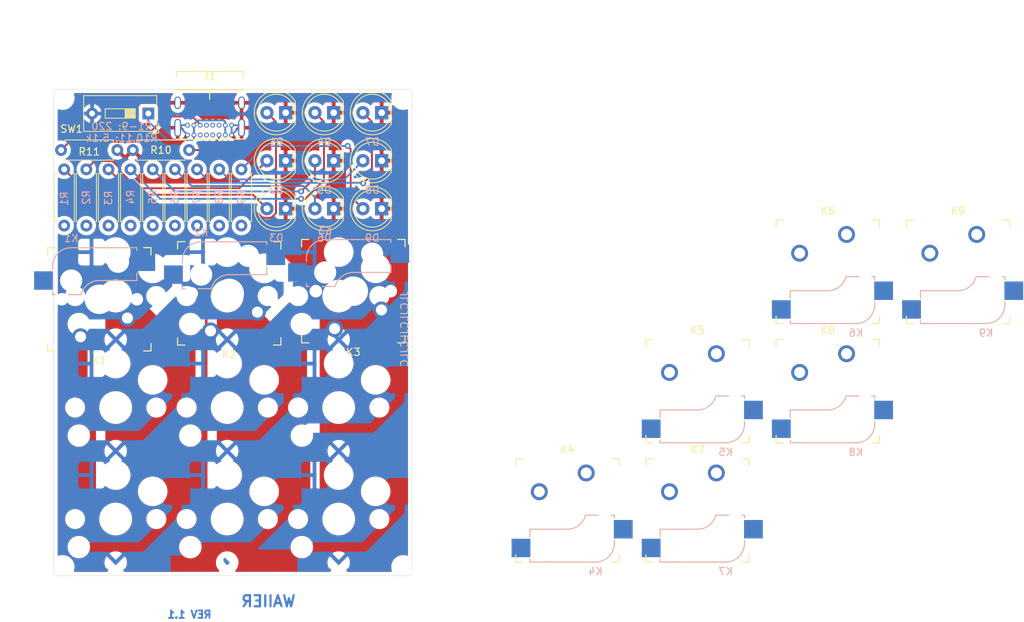
<source format=kicad_pcb>
(kicad_pcb (version 20171130) (host pcbnew "(5.1.0)-1")
  (layers (0 F.Cu signal) (31 B.Cu signal) (34 B.Paste user hide) (35 F.Paste user) (36 B.SilkS user) (37 F.SilkS user hide) (38 B.Mask user) (39 F.Mask user) (44 Edge.Cuts user))
  (net 0 "")
  (net 1 "Net-(D1-Pad2)")
  (net 2 "Net-(D2-Pad2)")
  (net 3 "Net-(D3-Pad2)")
  (net 4 "Net-(D4-Pad2)")
  (net 5 "Net-(D5-Pad2)")
  (net 6 "Net-(D6-Pad2)")
  (net 7 "Net-(D7-Pad2)")
  (net 8 "Net-(D8-Pad2)")
  (net 9 "Net-(D9-Pad2)")
  (net 10 5V)
  (net 11 "Net-(K1-Pad2)")
  (net 12 "Net-(K2-Pad2)")
  (net 13 "Net-(K3-Pad2)")
  (net 14 "Net-(K4-Pad2)")
  (net 15 "Net-(K5-Pad2)")
  (net 16 "Net-(K6-Pad2)")
  (net 17 "Net-(K7-Pad2)")
  (net 18 "Net-(K8-Pad2)")
  (net 19 "Net-(K9-Pad2)")
  (net 20 VUSB)
  (net 21 "Net-(J1-PadA5)")
  (net 22 "Net-(J1-PadA6)")
  (net 23 "Net-(J1-PadA7)")
  (net 24 "Net-(J1-PadA8)")
  (net 25 "Net-(J1-PadB8)")
  (net 26 "Net-(J1-PadB7)")
  (net 27 "Net-(J1-PadB6)")
  (net 28 "Net-(J1-PadB5)")
  (net 29 GND)
  (module keyswitches:Kailh_socket_MX_optional (layer F.Cu) (at 187.39 55.1)
    (fp_text reference K9 (at 0 -8.255) (layer F.SilkS))
    (fp_text value KEYSW)
    (fp_text user %R (at 3.81 8.255) (layer B.SilkS) (effects (justify mirror)))
    (pad 2 smd rect (at 7.56 2.54) (size 2.55 2.5) (layers B.Cu B.Paste B.Mask) (net 19 "Net-(K9-Pad2)"))
    (pad "" np_thru_hole circle (at -5.08 0) (size 1.7018 1.7018) (drill 1.7018) (layers *.Cu *.Mask))
    (pad "" np_thru_hole circle (at 5.08 0) (size 1.7018 1.7018) (drill 1.7018) (layers *.Cu *.Mask))
    (pad 2 thru_hole circle (at -3.81 -2.54) (size 2.286 2.286) (drill 1.4986) (layers *.Cu *.Mask) (net 19 "Net-(K9-Pad2)"))
    (pad "" np_thru_hole circle (at 0 0) (size 3.9878 3.9878) (drill 3.9878) (layers *.Cu *.Mask))
    (pad 1 thru_hole circle (at 2.54 -5.08) (size 2.286 2.286) (drill 1.4986) (layers *.Cu *.Mask) (net 10 5V))
    (pad "" np_thru_hole circle (at 3.81 2.54) (size 3 3) (drill 3) (layers *.Cu *.Mask))
    (pad "" np_thru_hole circle (at -2.54 5.08) (size 3 3) (drill 3) (layers *.Cu *.Mask))
    (pad 1 smd rect (at -6.29 5.08) (size 2.55 2.5) (layers B.Cu B.Paste B.Mask) (net 10 5V))
  )
  (module keyswitches:Kailh_socket_MX_optional (layer F.Cu) (at 169.76 71.25)
    (fp_text reference K8 (at 0 -8.255) (layer F.SilkS))
    (fp_text value KEYSW)
    (fp_text user %R (at 3.81 8.255) (layer B.SilkS) (effects (justify mirror)))
    (pad 2 smd rect (at 7.56 2.54) (size 2.55 2.5) (layers B.Cu B.Paste B.Mask) (net 18 "Net-(K8-Pad2)"))
    (pad "" np_thru_hole circle (at -5.08 0) (size 1.7018 1.7018) (drill 1.7018) (layers *.Cu *.Mask))
    (pad "" np_thru_hole circle (at 5.08 0) (size 1.7018 1.7018) (drill 1.7018) (layers *.Cu *.Mask))
    (pad 2 thru_hole circle (at -3.81 -2.54) (size 2.286 2.286) (drill 1.4986) (layers *.Cu *.Mask) (net 18 "Net-(K8-Pad2)"))
    (pad "" np_thru_hole circle (at 0 0) (size 3.9878 3.9878) (drill 3.9878) (layers *.Cu *.Mask))
    (pad 1 thru_hole circle (at 2.54 -5.08) (size 2.286 2.286) (drill 1.4986) (layers *.Cu *.Mask) (net 10 5V))
    (pad "" np_thru_hole circle (at 3.81 2.54) (size 3 3) (drill 3) (layers *.Cu *.Mask))
    (pad "" np_thru_hole circle (at -2.54 5.08) (size 3 3) (drill 3) (layers *.Cu *.Mask))
    (pad 1 smd rect (at -6.29 5.08) (size 2.55 2.5) (layers B.Cu B.Paste B.Mask) (net 10 5V))
  )
  (module keyswitches:Kailh_socket_MX_optional (layer F.Cu) (at 152.13 87.4)
    (fp_text reference K7 (at 0 -8.255) (layer F.SilkS))
    (fp_text value KEYSW)
    (fp_text user %R (at 3.81 8.255) (layer B.SilkS) (effects (justify mirror)))
    (pad 2 smd rect (at 7.56 2.54) (size 2.55 2.5) (layers B.Cu B.Paste B.Mask) (net 17 "Net-(K7-Pad2)"))
    (pad "" np_thru_hole circle (at -5.08 0) (size 1.7018 1.7018) (drill 1.7018) (layers *.Cu *.Mask))
    (pad "" np_thru_hole circle (at 5.08 0) (size 1.7018 1.7018) (drill 1.7018) (layers *.Cu *.Mask))
    (pad 2 thru_hole circle (at -3.81 -2.54) (size 2.286 2.286) (drill 1.4986) (layers *.Cu *.Mask) (net 17 "Net-(K7-Pad2)"))
    (pad "" np_thru_hole circle (at 0 0) (size 3.9878 3.9878) (drill 3.9878) (layers *.Cu *.Mask))
    (pad 1 thru_hole circle (at 2.54 -5.08) (size 2.286 2.286) (drill 1.4986) (layers *.Cu *.Mask) (net 10 5V))
    (pad "" np_thru_hole circle (at 3.81 2.54) (size 3 3) (drill 3) (layers *.Cu *.Mask))
    (pad "" np_thru_hole circle (at -2.54 5.08) (size 3 3) (drill 3) (layers *.Cu *.Mask))
    (pad 1 smd rect (at -6.29 5.08) (size 2.55 2.5) (layers B.Cu B.Paste B.Mask) (net 10 5V))
  )
  (module keyswitches:Kailh_socket_MX_optional (layer F.Cu) (at 169.76 55.1)
    (fp_text reference K6 (at 0 -8.255) (layer F.SilkS))
    (fp_text value KEYSW)
    (fp_text user %R (at 3.81 8.255) (layer B.SilkS) (effects (justify mirror)))
    (pad 2 smd rect (at 7.56 2.54) (size 2.55 2.5) (layers B.Cu B.Paste B.Mask) (net 16 "Net-(K6-Pad2)"))
    (pad "" np_thru_hole circle (at -5.08 0) (size 1.7018 1.7018) (drill 1.7018) (layers *.Cu *.Mask))
    (pad "" np_thru_hole circle (at 5.08 0) (size 1.7018 1.7018) (drill 1.7018) (layers *.Cu *.Mask))
    (pad 2 thru_hole circle (at -3.81 -2.54) (size 2.286 2.286) (drill 1.4986) (layers *.Cu *.Mask) (net 16 "Net-(K6-Pad2)"))
    (pad "" np_thru_hole circle (at 0 0) (size 3.9878 3.9878) (drill 3.9878) (layers *.Cu *.Mask))
    (pad 1 thru_hole circle (at 2.54 -5.08) (size 2.286 2.286) (drill 1.4986) (layers *.Cu *.Mask) (net 10 5V))
    (pad "" np_thru_hole circle (at 3.81 2.54) (size 3 3) (drill 3) (layers *.Cu *.Mask))
    (pad "" np_thru_hole circle (at -2.54 5.08) (size 3 3) (drill 3) (layers *.Cu *.Mask))
    (pad 1 smd rect (at -6.29 5.08) (size 2.55 2.5) (layers B.Cu B.Paste B.Mask) (net 10 5V))
  )
  (module keyswitches:Kailh_socket_MX_optional (layer F.Cu) (at 152.13 71.25)
    (fp_text reference K5 (at 0 -8.255) (layer F.SilkS))
    (fp_text value KEYSW)
    (fp_text user %R (at 3.81 8.255) (layer B.SilkS) (effects (justify mirror)))
    (pad 2 smd rect (at 7.56 2.54) (size 2.55 2.5) (layers B.Cu B.Paste B.Mask) (net 15 "Net-(K5-Pad2)"))
    (pad "" np_thru_hole circle (at -5.08 0) (size 1.7018 1.7018) (drill 1.7018) (layers *.Cu *.Mask))
    (pad "" np_thru_hole circle (at 5.08 0) (size 1.7018 1.7018) (drill 1.7018) (layers *.Cu *.Mask))
    (pad 2 thru_hole circle (at -3.81 -2.54) (size 2.286 2.286) (drill 1.4986) (layers *.Cu *.Mask) (net 15 "Net-(K5-Pad2)"))
    (pad "" np_thru_hole circle (at 0 0) (size 3.9878 3.9878) (drill 3.9878) (layers *.Cu *.Mask))
    (pad 1 thru_hole circle (at 2.54 -5.08) (size 2.286 2.286) (drill 1.4986) (layers *.Cu *.Mask) (net 10 5V))
    (pad "" np_thru_hole circle (at 3.81 2.54) (size 3 3) (drill 3) (layers *.Cu *.Mask))
    (pad "" np_thru_hole circle (at -2.54 5.08) (size 3 3) (drill 3) (layers *.Cu *.Mask))
    (pad 1 smd rect (at -6.29 5.08) (size 2.55 2.5) (layers B.Cu B.Paste B.Mask) (net 10 5V))
  )
  (module keyswitches:Kailh_socket_MX_optional (layer F.Cu) (at 134.5 87.4)
    (fp_text reference K4 (at 0 -8.255) (layer F.SilkS))
    (fp_text value KEYSW)
    (fp_text user %R (at 3.81 8.255) (layer B.SilkS) (effects (justify mirror)))
    (pad 2 smd rect (at 7.56 2.54) (size 2.55 2.5) (layers B.Cu B.Paste B.Mask) (net 14 "Net-(K4-Pad2)"))
    (pad "" np_thru_hole circle (at -5.08 0) (size 1.7018 1.7018) (drill 1.7018) (layers *.Cu *.Mask))
    (pad "" np_thru_hole circle (at 5.08 0) (size 1.7018 1.7018) (drill 1.7018) (layers *.Cu *.Mask))
    (pad 2 thru_hole circle (at -3.81 -2.54) (size 2.286 2.286) (drill 1.4986) (layers *.Cu *.Mask) (net 14 "Net-(K4-Pad2)"))
    (pad "" np_thru_hole circle (at 0 0) (size 3.9878 3.9878) (drill 3.9878) (layers *.Cu *.Mask))
    (pad 1 thru_hole circle (at 2.54 -5.08) (size 2.286 2.286) (drill 1.4986) (layers *.Cu *.Mask) (net 10 5V))
    (pad "" np_thru_hole circle (at 3.81 2.54) (size 3 3) (drill 3) (layers *.Cu *.Mask))
    (pad "" np_thru_hole circle (at -2.54 5.08) (size 3 3) (drill 3) (layers *.Cu *.Mask))
    (pad 1 smd rect (at -6.29 5.08) (size 2.55 2.5) (layers B.Cu B.Paste B.Mask) (net 10 5V))
  )
  (module keyswitches:Kailh_socket_MX_optional (layer F.Cu) (at 105.5 57.7 180)
    (fp_text reference K3 (at 0 -8.255 180) (layer F.SilkS))
    (fp_text value KEYSW)
    (fp_text user %R (at 3.81 8.255 180) (layer B.SilkS) (effects (justify mirror)))
    (pad 2 smd rect (at 7.56 2.54 180) (size 2.55 2.5) (layers B.Cu B.Paste B.Mask) (net 13 "Net-(K3-Pad2)"))
    (pad "" np_thru_hole circle (at -5.08 0 180) (size 1.7018 1.7018) (drill 1.7018) (layers *.Cu *.Mask))
    (pad "" np_thru_hole circle (at 5.08 0 180) (size 1.7018 1.7018) (drill 1.7018) (layers *.Cu *.Mask))
    (pad 2 thru_hole circle (at -3.81 -2.54 180) (size 2.286 2.286) (drill 1.4986) (layers *.Cu *.Mask) (net 13 "Net-(K3-Pad2)"))
    (pad "" np_thru_hole circle (at 0 0 180) (size 3.9878 3.9878) (drill 3.9878) (layers *.Cu *.Mask))
    (pad 1 thru_hole circle (at 2.54 -5.08 180) (size 2.286 2.286) (drill 1.4986) (layers *.Cu *.Mask) (net 10 5V))
    (pad "" np_thru_hole circle (at 3.81 2.54 180) (size 3 3) (drill 3) (layers *.Cu *.Mask))
    (pad "" np_thru_hole circle (at -2.54 5.08 180) (size 3 3) (drill 3) (layers *.Cu *.Mask))
    (pad 1 smd rect (at -6.29 5.08 180) (size 2.55 2.5) (layers B.Cu B.Paste B.Mask) (net 10 5V))
  )
  (module keyswitches:Kailh_socket_MX_optional (layer F.Cu) (at 88.7 58 180)
    (fp_text reference K2 (at 0 -8.255 180) (layer F.SilkS))
    (fp_text value KEYSW)
    (fp_text user %R (at 3.81 8.255 180) (layer B.SilkS) (effects (justify mirror)))
    (pad 2 smd rect (at 7.56 2.54 180) (size 2.55 2.5) (layers B.Cu B.Paste B.Mask) (net 12 "Net-(K2-Pad2)"))
    (pad "" np_thru_hole circle (at -5.08 0 180) (size 1.7018 1.7018) (drill 1.7018) (layers *.Cu *.Mask))
    (pad "" np_thru_hole circle (at 5.08 0 180) (size 1.7018 1.7018) (drill 1.7018) (layers *.Cu *.Mask))
    (pad 2 thru_hole circle (at -3.81 -2.54 180) (size 2.286 2.286) (drill 1.4986) (layers *.Cu *.Mask) (net 12 "Net-(K2-Pad2)"))
    (pad "" np_thru_hole circle (at 0 0 180) (size 3.9878 3.9878) (drill 3.9878) (layers *.Cu *.Mask))
    (pad 1 thru_hole circle (at 2.54 -5.08 180) (size 2.286 2.286) (drill 1.4986) (layers *.Cu *.Mask) (net 10 5V))
    (pad "" np_thru_hole circle (at 3.81 2.54 180) (size 3 3) (drill 3) (layers *.Cu *.Mask))
    (pad "" np_thru_hole circle (at -2.54 5.08 180) (size 3 3) (drill 3) (layers *.Cu *.Mask))
    (pad 1 smd rect (at -6.29 5.08 180) (size 2.55 2.5) (layers B.Cu B.Paste B.Mask) (net 10 5V))
  )
  (module keyswitches:Kailh_socket_MX_optional (layer F.Cu) (at 71.1 58.8 180)
    (fp_text reference K1 (at 0 -8.255 180) (layer F.SilkS))
    (fp_text value KEYSW)
    (fp_text user %R (at 3.81 8.255 180) (layer B.SilkS) (effects (justify mirror)))
    (pad 2 smd rect (at 7.56 2.54 180) (size 2.55 2.5) (layers B.Cu B.Paste B.Mask) (net 11 "Net-(K1-Pad2)"))
    (pad "" np_thru_hole circle (at -5.08 0 180) (size 1.7018 1.7018) (drill 1.7018) (layers *.Cu *.Mask))
    (pad "" np_thru_hole circle (at 5.08 0 180) (size 1.7018 1.7018) (drill 1.7018) (layers *.Cu *.Mask))
    (pad 2 thru_hole circle (at -3.81 -2.54 180) (size 2.286 2.286) (drill 1.4986) (layers *.Cu *.Mask) (net 11 "Net-(K1-Pad2)"))
    (pad "" np_thru_hole circle (at 0 0 180) (size 3.9878 3.9878) (drill 3.9878) (layers *.Cu *.Mask))
    (pad 1 thru_hole circle (at 2.54 -5.08 180) (size 2.286 2.286) (drill 1.4986) (layers *.Cu *.Mask) (net 10 5V))
    (pad "" np_thru_hole circle (at 3.81 2.54 180) (size 3 3) (drill 3) (layers *.Cu *.Mask))
    (pad "" np_thru_hole circle (at -2.54 5.08 180) (size 3 3) (drill 3) (layers *.Cu *.Mask))
    (pad 1 smd rect (at -6.29 5.08 180) (size 2.55 2.5) (layers B.Cu B.Paste B.Mask) (net 10 5V))
  )
  (module LED_THT:LED_D5.0mm (layer F.Cu) (at 109.34 33.53 180)
    (fp_text reference D7 (at 1.27 -3.96 180) (layer B.SilkS) (effects (justify mirror)))
    (fp_text value LED)
    (pad 2 thru_hole circle (at 2.54 0 180) (size 1.8 1.8) (drill 0.9) (layers *.Cu *.Mask) (net 7 "Net-(D7-Pad2)"))
    (pad 1 thru_hole rect (at 0 0 180) (size 1.8 1.8) (drill 0.9) (layers *.Cu *.Mask) (net 29 GND))
  )
  (module MountingHole:MountingHole_2.2mm_M2 (layer F.Cu) (at 112.14 31.55)
    (fp_text reference REF**)
    (fp_text value MountingHole_2.2mm_M2)
    (pad "" np_thru_hole circle (at 0.1 0) (size 2.2 2.2) (drill 2.2) (layers *.Cu *.Mask))
  )
  (module Resistor_THT:R_Axial_DIN0207_L6.3mm_D2.5mm_P7.62mm_Horizontal (layer F.Cu) (at 73.54 38.59 180)
    (fp_text reference R11 (at 3.8 -0.22 180) (layer F.SilkS))
    (fp_text value R)
    (pad 2 thru_hole oval (at 7.62 0 180) (size 1.6 1.6) (drill 0.8) (layers *.Cu *.Mask) (net 28 "Net-(J1-PadB5)"))
    (pad 1 thru_hole circle (at 0 0 180) (size 1.6 1.6) (drill 0.8) (layers *.Cu *.Mask) (net 29 GND))
  )
  (module Resistor_THT:R_Axial_DIN0207_L6.3mm_D2.5mm_P7.62mm_Horizontal (layer F.Cu) (at 75.64 38.59)
    (fp_text reference R10 (at 3.81 0) (layer F.SilkS))
    (fp_text value R)
    (pad 2 thru_hole oval (at 7.62 0) (size 1.6 1.6) (drill 0.8) (layers *.Cu *.Mask) (net 21 "Net-(J1-PadA5)"))
    (pad 1 thru_hole circle (at 0 0) (size 1.6 1.6) (drill 0.8) (layers *.Cu *.Mask) (net 29 GND))
  )
  (module Type-C:USB_C_GCT_USB4085 (layer F.Cu) (at 86.04 30.45 180)
    (fp_text reference J1 (at 0 1.85 180) (layer F.SilkS))
    (fp_text value USB_C_Receptacle_USB2.0)
    (pad A5 thru_hole circle (at -1.275 -6.1 180) (size 0.65 0.65) (drill 0.4) (layers *.Cu *.Mask) (net 21 "Net-(J1-PadA5)"))
    (pad A1 thru_hole circle (at -2.975 -6.1 180) (size 0.65 0.65) (drill 0.4) (layers *.Cu *.Mask) (net 29 GND))
    (pad A4 thru_hole circle (at -2.125 -6.1 180) (size 0.65 0.65) (drill 0.4) (layers *.Cu *.Mask) (net 20 VUSB))
    (pad A6 thru_hole circle (at -0.425 -6.1 180) (size 0.65 0.65) (drill 0.4) (layers *.Cu *.Mask) (net 22 "Net-(J1-PadA6)"))
    (pad A7 thru_hole circle (at 0.425 -6.1 180) (size 0.65 0.65) (drill 0.4) (layers *.Cu *.Mask) (net 23 "Net-(J1-PadA7)"))
    (pad A8 thru_hole circle (at 1.275 -6.1 180) (size 0.65 0.65) (drill 0.4) (layers *.Cu *.Mask) (net 24 "Net-(J1-PadA8)"))
    (pad A9 thru_hole circle (at 2.125 -6.1 180) (size 0.65 0.65) (drill 0.4) (layers *.Cu *.Mask) (net 20 VUSB))
    (pad A12 thru_hole circle (at 2.975 -6.1 180) (size 0.65 0.65) (drill 0.4) (layers *.Cu *.Mask) (net 29 GND))
    (pad B12 thru_hole circle (at -2.975 -4.775 180) (size 0.65 0.65) (drill 0.4) (layers *.Cu *.Mask) (net 29 GND))
    (pad B9 thru_hole circle (at -2.12 -4.775 180) (size 0.65 0.65) (drill 0.4) (layers *.Cu *.Mask) (net 20 VUSB))
    (pad B8 thru_hole circle (at -1.27 -4.775 180) (size 0.65 0.65) (drill 0.4) (layers *.Cu *.Mask) (net 25 "Net-(J1-PadB8)"))
    (pad B7 thru_hole circle (at -0.42 -4.775 180) (size 0.65 0.65) (drill 0.4) (layers *.Cu *.Mask) (net 26 "Net-(J1-PadB7)"))
    (pad B6 thru_hole circle (at 0.43 -4.775 180) (size 0.65 0.65) (drill 0.4) (layers *.Cu *.Mask) (net 27 "Net-(J1-PadB6)"))
    (pad B5 thru_hole circle (at 1.28 -4.775 180) (size 0.65 0.65) (drill 0.4) (layers *.Cu *.Mask) (net 28 "Net-(J1-PadB5)"))
    (pad B4 thru_hole circle (at 2.13 -4.775 180) (size 0.65 0.65) (drill 0.4) (layers *.Cu *.Mask) (net 20 VUSB))
    (pad B1 thru_hole circle (at 2.98 -4.775 180) (size 0.65 0.65) (drill 0.4) (layers *.Cu *.Mask) (net 29 GND))
    (pad S1 thru_hole oval (at -4.325 -5.12 180) (size 0.9 2.4) (drill oval 0.6 2.1) (layers *.Cu *.Mask) (net 29 GND))
    (pad S1 thru_hole oval (at 4.325 -5.12 180) (size 0.9 2.4) (drill oval 0.6 2.1) (layers *.Cu *.Mask) (net 29 GND))
    (pad S1 thru_hole oval (at -4.325 -1.74 180) (size 0.9 1.7) (drill oval 0.6 1.4) (layers *.Cu *.Mask) (net 29 GND))
    (pad S1 thru_hole oval (at 4.325 -1.74 180) (size 0.9 1.7) (drill oval 0.6 1.4) (layers *.Cu *.Mask) (net 29 GND))
  )
  (module MountingHole:MountingHole_2.2mm_M2 (layer F.Cu) (at 66.14 31.55 90)
    (fp_text reference REF**)
    (fp_text value MountingHole_2.2mm_M2)
    (pad 1 np_thru_hole circle (at 0 0 90) (size 2.2 2.2) (drill 2.2) (layers *.Cu *.Mask))
  )
  (module MountingHole:MountingHole_2.2mm_M2 (layer F.Cu) (at 112.24 95.05)
    (fp_text reference REF**)
    (fp_text value MountingHole_2.2mm_M2)
    (pad 1 np_thru_hole circle (at 0 0) (size 2.2 2.2) (drill 2.2) (layers *.Cu *.Mask))
  )
  (module MountingHole:MountingHole_2.2mm_M2 (layer F.Cu) (at 66.14 95.05)
    (fp_text reference REF**)
    (fp_text value MountingHole_2.2mm_M2)
    (pad 1 np_thru_hole circle (at 0 0) (size 2.2 2.2) (drill 2.2) (layers *.Cu *.Mask))
  )
  (module LED_THT:LED_D5.0mm (layer F.Cu) (at 109.34 46.53 180)
    (fp_text reference D9 (at 1.27 -3.96 180) (layer B.SilkS) (effects (justify mirror)))
    (fp_text value LED)
    (pad 2 thru_hole circle (at 2.54 0 180) (size 1.8 1.8) (drill 0.9) (layers *.Cu *.Mask) (net 9 "Net-(D9-Pad2)"))
    (pad 1 thru_hole rect (at 0 0 180) (size 1.8 1.8) (drill 0.9) (layers *.Cu *.Mask) (net 29 GND))
  )
  (module Button_Switch_THT:SW_DIP_SPSTx01_Slide_9.78x4.72mm_W7.62mm_P2.54mm (layer F.Cu) (at 77.74 33.64 180)
    (fp_text reference SW1 (at 10.4 -2.09 180) (layer F.SilkS))
    (fp_text value SW_DIP_x01)
    (pad 2 thru_hole oval (at 7.62 0 180) (size 1.6 1.6) (drill 0.8) (layers *.Cu *.Mask) (net 10 5V))
    (pad 1 thru_hole rect (at 0 0 180) (size 1.6 1.6) (drill 0.8) (layers *.Cu *.Mask) (net 20 VUSB))
  )
  (module Resistor_THT:R_Axial_DIN0207_L6.3mm_D2.5mm_P7.62mm_Horizontal (layer F.Cu) (at 90.34 48.82 90)
    (fp_text reference R9 (at 3.85 0 90) (layer B.SilkS) (effects (justify mirror)))
    (fp_text value R)
    (pad 2 thru_hole oval (at 7.62 0 90) (size 1.6 1.6) (drill 0.8) (layers *.Cu *.Mask) (net 9 "Net-(D9-Pad2)"))
    (pad 1 thru_hole circle (at 0 0 90) (size 1.6 1.6) (drill 0.8) (layers *.Cu *.Mask) (net 19 "Net-(K9-Pad2)"))
  )
  (module Resistor_THT:R_Axial_DIN0207_L6.3mm_D2.5mm_P7.62mm_Horizontal (layer F.Cu) (at 87.34 48.82 90)
    (fp_text reference R8 (at 3.85 0 90) (layer B.SilkS) (effects (justify mirror)))
    (fp_text value R)
    (pad 2 thru_hole oval (at 7.62 0 90) (size 1.6 1.6) (drill 0.8) (layers *.Cu *.Mask) (net 8 "Net-(D8-Pad2)"))
    (pad 1 thru_hole circle (at 0 0 90) (size 1.6 1.6) (drill 0.8) (layers *.Cu *.Mask) (net 18 "Net-(K8-Pad2)"))
  )
  (module Resistor_THT:R_Axial_DIN0207_L6.3mm_D2.5mm_P7.62mm_Horizontal (layer F.Cu) (at 84.34 48.82 90)
    (fp_text reference R7 (at 3.85 0 90) (layer B.SilkS) (effects (justify mirror)))
    (fp_text value R)
    (pad 2 thru_hole oval (at 7.62 0 90) (size 1.6 1.6) (drill 0.8) (layers *.Cu *.Mask) (net 7 "Net-(D7-Pad2)"))
    (pad 1 thru_hole circle (at 0 0 90) (size 1.6 1.6) (drill 0.8) (layers *.Cu *.Mask) (net 17 "Net-(K7-Pad2)"))
  )
  (module Resistor_THT:R_Axial_DIN0207_L6.3mm_D2.5mm_P7.62mm_Horizontal (layer F.Cu) (at 81.34 48.82 90)
    (fp_text reference R6 (at 3.85 0 90) (layer B.SilkS) (effects (justify mirror)))
    (fp_text value R)
    (pad 2 thru_hole oval (at 7.62 0 90) (size 1.6 1.6) (drill 0.8) (layers *.Cu *.Mask) (net 6 "Net-(D6-Pad2)"))
    (pad 1 thru_hole circle (at 0 0 90) (size 1.6 1.6) (drill 0.8) (layers *.Cu *.Mask) (net 16 "Net-(K6-Pad2)"))
  )
  (module Resistor_THT:R_Axial_DIN0207_L6.3mm_D2.5mm_P7.62mm_Horizontal (layer F.Cu) (at 78.34 48.82 90)
    (fp_text reference R5 (at 3.85 0 90) (layer B.SilkS) (effects (justify mirror)))
    (fp_text value R)
    (pad 2 thru_hole oval (at 7.62 0 90) (size 1.6 1.6) (drill 0.8) (layers *.Cu *.Mask) (net 5 "Net-(D5-Pad2)"))
    (pad 1 thru_hole circle (at 0 0 90) (size 1.6 1.6) (drill 0.8) (layers *.Cu *.Mask) (net 15 "Net-(K5-Pad2)"))
  )
  (module Resistor_THT:R_Axial_DIN0207_L6.3mm_D2.5mm_P7.62mm_Horizontal (layer F.Cu) (at 75.34 48.82 90)
    (fp_text reference R4 (at 3.85 0 90) (layer B.SilkS) (effects (justify mirror)))
    (fp_text value R)
    (pad 2 thru_hole oval (at 7.62 0 90) (size 1.6 1.6) (drill 0.8) (layers *.Cu *.Mask) (net 4 "Net-(D4-Pad2)"))
    (pad 1 thru_hole circle (at 0 0 90) (size 1.6 1.6) (drill 0.8) (layers *.Cu *.Mask) (net 14 "Net-(K4-Pad2)"))
  )
  (module Resistor_THT:R_Axial_DIN0207_L6.3mm_D2.5mm_P7.62mm_Horizontal (layer F.Cu) (at 72.34 48.82 90)
    (fp_text reference R3 (at 3.74 0 90) (layer B.SilkS) (effects (justify mirror)))
    (fp_text value R)
    (pad 2 thru_hole oval (at 7.62 0 90) (size 1.6 1.6) (drill 0.8) (layers *.Cu *.Mask) (net 3 "Net-(D3-Pad2)"))
    (pad 1 thru_hole circle (at 0 0 90) (size 1.6 1.6) (drill 0.8) (layers *.Cu *.Mask) (net 13 "Net-(K3-Pad2)"))
  )
  (module Resistor_THT:R_Axial_DIN0207_L6.3mm_D2.5mm_P7.62mm_Horizontal (layer F.Cu) (at 69.34 48.82 90)
    (fp_text reference R2 (at 3.81 0 90) (layer B.SilkS) (effects (justify mirror)))
    (fp_text value R)
    (pad 2 thru_hole oval (at 7.62 0 90) (size 1.6 1.6) (drill 0.8) (layers *.Cu *.Mask) (net 2 "Net-(D2-Pad2)"))
    (pad 1 thru_hole circle (at 0 0 90) (size 1.6 1.6) (drill 0.8) (layers *.Cu *.Mask) (net 12 "Net-(K2-Pad2)"))
  )
  (module Resistor_THT:R_Axial_DIN0207_L6.3mm_D2.5mm_P7.62mm_Horizontal (layer F.Cu) (at 66.34 48.82 90)
    (fp_text reference R1 (at 3.63 0 90) (layer B.SilkS) (effects (justify mirror)))
    (fp_text value R)
    (pad 2 thru_hole oval (at 7.62 0 90) (size 1.6 1.6) (drill 0.8) (layers *.Cu *.Mask) (net 1 "Net-(D1-Pad2)"))
    (pad 1 thru_hole circle (at 0 0 90) (size 1.6 1.6) (drill 0.8) (layers *.Cu *.Mask) (net 11 "Net-(K1-Pad2)"))
  )
  (module LED_THT:LED_D5.0mm (layer F.Cu) (at 109.34 40.03 180)
    (fp_text reference D8 (at 1.27 -3.96 180) (layer B.SilkS) (effects (justify mirror)))
    (fp_text value LED)
    (pad 2 thru_hole circle (at 2.54 0 180) (size 1.8 1.8) (drill 0.9) (layers *.Cu *.Mask) (net 8 "Net-(D8-Pad2)"))
    (pad 1 thru_hole rect (at 0 0 180) (size 1.8 1.8) (drill 0.9) (layers *.Cu *.Mask) (net 29 GND))
  )
  (module LED_THT:LED_D5.0mm (layer F.Cu) (at 102.84 46.53 180)
    (fp_text reference D6 (at 1.27 -3.96 180) (layer B.SilkS) (effects (justify mirror)))
    (fp_text value LED)
    (pad 2 thru_hole circle (at 2.54 0 180) (size 1.8 1.8) (drill 0.9) (layers *.Cu *.Mask) (net 6 "Net-(D6-Pad2)"))
    (pad 1 thru_hole rect (at 0 0 180) (size 1.8 1.8) (drill 0.9) (layers *.Cu *.Mask) (net 29 GND))
  )
  (module LED_THT:LED_D5.0mm (layer F.Cu) (at 102.84 40.03 180)
    (fp_text reference D5 (at 1.27 -3.96 180) (layer B.SilkS) (effects (justify mirror)))
    (fp_text value LED)
    (pad 2 thru_hole circle (at 2.54 0 180) (size 1.8 1.8) (drill 0.9) (layers *.Cu *.Mask) (net 5 "Net-(D5-Pad2)"))
    (pad 1 thru_hole rect (at 0 0 180) (size 1.8 1.8) (drill 0.9) (layers *.Cu *.Mask) (net 29 GND))
  )
  (module LED_THT:LED_D5.0mm (layer F.Cu) (at 102.84 33.53 180)
    (fp_text reference D4 (at 1.27 -3.96 180) (layer B.SilkS) (effects (justify mirror)))
    (fp_text value LED)
    (pad 2 thru_hole circle (at 2.54 0 180) (size 1.8 1.8) (drill 0.9) (layers *.Cu *.Mask) (net 4 "Net-(D4-Pad2)"))
    (pad 1 thru_hole rect (at 0 0 180) (size 1.8 1.8) (drill 0.9) (layers *.Cu *.Mask) (net 29 GND))
  )
  (module LED_THT:LED_D5.0mm (layer F.Cu) (at 96.34 46.53 180)
    (fp_text reference D3 (at 1.27 -3.96 180) (layer B.SilkS) (effects (justify mirror)))
    (fp_text value LED)
    (pad 2 thru_hole circle (at 2.54 0 180) (size 1.8 1.8) (drill 0.9) (layers *.Cu *.Mask) (net 3 "Net-(D3-Pad2)"))
    (pad 1 thru_hole rect (at 0 0 180) (size 1.8 1.8) (drill 0.9) (layers *.Cu *.Mask) (net 29 GND))
  )
  (module LED_THT:LED_D5.0mm (layer F.Cu) (at 96.34 40.03 180)
    (fp_text reference D2 (at 1.27 -3.96 180) (layer B.SilkS) (effects (justify mirror)))
    (fp_text value LED)
    (pad 2 thru_hole circle (at 2.54 0 180) (size 1.8 1.8) (drill 0.9) (layers *.Cu *.Mask) (net 2 "Net-(D2-Pad2)"))
    (pad 1 thru_hole rect (at 0 0 180) (size 1.8 1.8) (drill 0.9) (layers *.Cu *.Mask) (net 29 GND))
  )
  (module LED_THT:LED_D5.0mm (layer F.Cu) (at 96.34 33.53 180)
    (fp_text reference D1 (at 1.27 -3.96 180) (layer B.SilkS) (effects (justify mirror)))
    (fp_text value LED)
    (pad 2 thru_hole circle (at 2.54 0 180) (size 1.8 1.8) (drill 0.9) (layers *.Cu *.Mask) (net 1 "Net-(D1-Pad2)"))
    (pad 1 thru_hole rect (at 0 0 180) (size 1.8 1.8) (drill 0.9) (layers *.Cu *.Mask) (net 29 GND))
  )
  (gr_line (start 65.34 96.25) (end 113.04 96.25) (layer Edge.Cuts) (width 0.05))
  (gr_line (start 64.94 95.85) (end 64.94 30.75) (layer Edge.Cuts) (width 0.05))
  (gr_line (start 65.34 30.35) (end 113.04 30.35) (layer Edge.Cuts) (width 0.05))
  (gr_arc (start 65.34 30.75) (end 65.34 30.35) (angle -90) (layer Edge.Cuts) (width 0.05))
  (gr_arc (start 65.34 95.85) (end 64.94 95.85) (angle -90) (layer Edge.Cuts) (width 0.05))
  (gr_line (start 113.44 30.75) (end 113.44 95.85) (layer Edge.Cuts) (width 0.05))
  (gr_arc (start 113.04 30.75) (end 113.44 30.75) (angle -90) (layer Edge.Cuts) (width 0.05))
  (gr_arc (start 113.04 95.85) (end 113.04 96.25) (angle -90) (layer Edge.Cuts) (width 0.05))
  (gr_text JLCJLCJLCJLC (at 112.44 62.79 90) (layer B.SilkS) (effects (font (size 1 1)) (justify mirror)))
  (gr_text "REV 1.1\n" (at 83.3 101.5) (layer B.Cu) (effects (font (size 1 1) (thickness 0.25)) (justify mirror)))
  (gr_text WAIIER (at 94 99.7) (layer B.Cu) (effects (font (size 1.5 1.5) (thickness 0.3)) (justify mirror)))
  (gr_text "R1-9: 220\nR10,11: 5.1k" (at 74.14 36.17) (layer B.SilkS) (effects (font (size 1 1)) (justify mirror)))
  (segment (start 66.34 41.2) (end 72.31 47.17) (width 0.25) (layer F.Cu) (net 1))
  (segment (start 94.699999 34.429999) (end 93.8 33.53) (width 0.25) (layer F.Cu) (net 1))
  (segment (start 95.025001 34.755001) (end 94.699999 34.429999) (width 0.25) (layer F.Cu) (net 1))
  (segment (start 95.025001 47.118001) (end 95.025001 34.755001) (width 0.25) (layer F.Cu) (net 1))
  (segment (start 94.388001 47.755001) (end 95.025001 47.118001) (width 0.25) (layer F.Cu) (net 1))
  (segment (start 93.211999 47.755001) (end 94.388001 47.755001) (width 0.25) (layer F.Cu) (net 1))
  (segment (start 92.626998 47.17) (end 93.211999 47.755001) (width 0.25) (layer F.Cu) (net 1))
  (segment (start 72.31 47.17) (end 92.626998 47.17) (width 0.25) (layer F.Cu) (net 1))
  (segment (start 72.880001 40.074999) (end 73.94 41.134998) (width 0.25) (layer F.Cu) (net 2))
  (segment (start 69.34 41.2) (end 70.465001 40.074999) (width 0.25) (layer F.Cu) (net 2))
  (segment (start 70.465001 40.074999) (end 72.880001 40.074999) (width 0.25) (layer F.Cu) (net 2))
  (segment (start 73.94 41.465002) (end 76.234998 43.76) (width 0.25) (layer F.Cu) (net 2))
  (segment (start 73.94 41.134998) (end 73.94 41.465002) (width 0.25) (layer F.Cu) (net 2))
  (segment (start 90.07 43.76) (end 93.8 40.03) (width 0.25) (layer F.Cu) (net 2))
  (segment (start 76.234998 43.76) (end 90.07 43.76) (width 0.25) (layer F.Cu) (net 2))
  (segment (start 72.34 41.2) (end 75.78 44.64) (width 0.25) (layer F.Cu) (net 3))
  (segment (start 91.91 44.64) (end 93.8 46.53) (width 0.25) (layer F.Cu) (net 3))
  (segment (start 75.78 44.64) (end 91.91 44.64) (width 0.25) (layer F.Cu) (net 3))
  (via (at 98.44 45.19) (size 0.8) (drill 0.4) (layers F.Cu B.Cu) (net 4))
  (segment (start 80.664998 45.19) (end 98.44 45.19) (width 0.25) (layer B.Cu) (net 4))
  (segment (start 75.34 41.2) (end 79.33 45.19) (width 0.25) (layer B.Cu) (net 4))
  (segment (start 79.33 45.19) (end 80.664998 45.19) (width 0.25) (layer B.Cu) (net 4))
  (segment (start 101.199999 34.429999) (end 100.3 33.53) (width 0.25) (layer F.Cu) (net 4))
  (segment (start 101.525001 34.755001) (end 101.199999 34.429999) (width 0.25) (layer F.Cu) (net 4))
  (segment (start 101.525001 42.670684) (end 101.525001 34.755001) (width 0.25) (layer F.Cu) (net 4))
  (segment (start 99.005685 45.19) (end 101.525001 42.670684) (width 0.25) (layer F.Cu) (net 4))
  (segment (start 98.44 45.19) (end 99.005685 45.19) (width 0.25) (layer F.Cu) (net 4))
  (via (at 98.44 44.189997) (size 0.8) (drill 0.4) (layers F.Cu B.Cu) (net 5))
  (segment (start 98.433604 44.196393) (end 98.44 44.189997) (width 0.25) (layer B.Cu) (net 5))
  (segment (start 78.34 41.2) (end 81.336393 44.196393) (width 0.25) (layer B.Cu) (net 5))
  (segment (start 81.336393 44.196393) (end 98.433604 44.196393) (width 0.25) (layer B.Cu) (net 5))
  (segment (start 100.3 42.329997) (end 100.3 40.03) (width 0.25) (layer F.Cu) (net 5))
  (segment (start 98.44 44.189997) (end 100.3 42.329997) (width 0.25) (layer F.Cu) (net 5))
  (segment (start 100.3 45.257208) (end 100.3 46.53) (width 0.25) (layer B.Cu) (net 6))
  (segment (start 100.3 44.976995) (end 100.3 45.257208) (width 0.25) (layer B.Cu) (net 6))
  (segment (start 98.788001 43.464996) (end 100.3 44.976995) (width 0.25) (layer B.Cu) (net 6))
  (segment (start 83.604996 43.464996) (end 98.788001 43.464996) (width 0.25) (layer B.Cu) (net 6))
  (segment (start 81.34 41.2) (end 83.604996 43.464996) (width 0.25) (layer B.Cu) (net 6))
  (segment (start 84.34 41.2) (end 86.154986 43.014986) (width 0.25) (layer B.Cu) (net 7))
  (segment (start 86.154986 43.014986) (end 99.015014 43.014986) (width 0.25) (layer B.Cu) (net 7))
  (segment (start 106.8 33.53) (end 108.025001 34.755001) (width 0.25) (layer F.Cu) (net 7))
  (segment (start 108.025001 34.755001) (end 108.025001 41.904999) (width 0.25) (layer F.Cu) (net 7))
  (via (at 106.835 43.095) (size 0.8) (drill 0.4) (layers F.Cu B.Cu) (net 7))
  (segment (start 106.754986 43.014986) (end 106.835 43.095) (width 0.25) (layer B.Cu) (net 7))
  (segment (start 99.015014 43.014986) (end 106.754986 43.014986) (width 0.25) (layer B.Cu) (net 7))
  (segment (start 108.025001 41.904999) (end 106.835 43.095) (width 0.25) (layer F.Cu) (net 7))
  (segment (start 105.900001 40.929999) (end 106.8 40.03) (width 0.25) (layer B.Cu) (net 8))
  (segment (start 104.265024 42.564976) (end 105.900001 40.929999) (width 0.25) (layer B.Cu) (net 8))
  (segment (start 88.704976 42.564976) (end 104.265024 42.564976) (width 0.25) (layer B.Cu) (net 8))
  (segment (start 87.34 41.2) (end 88.704976 42.564976) (width 0.25) (layer B.Cu) (net 8))
  (via (at 104.74 38.04) (size 0.8) (drill 0.4) (layers F.Cu B.Cu) (net 9))
  (segment (start 90.34 41.2) (end 93.5 38.04) (width 0.25) (layer B.Cu) (net 9))
  (segment (start 93.5 38.04) (end 104.74 38.04) (width 0.25) (layer B.Cu) (net 9))
  (segment (start 105.900001 45.630001) (end 106.8 46.53) (width 0.25) (layer F.Cu) (net 9))
  (segment (start 105.139999 44.869999) (end 105.900001 45.630001) (width 0.25) (layer F.Cu) (net 9))
  (segment (start 105.139999 38.439999) (end 105.139999 44.869999) (width 0.25) (layer F.Cu) (net 9))
  (segment (start 104.74 38.04) (end 105.139999 38.439999) (width 0.25) (layer F.Cu) (net 9))
  (segment (start 83.91 36.545) (end 83.915 36.55) (width 0.25) (layer B.Cu) (net 20))
  (segment (start 83.91 35.225) (end 83.91 36.545) (width 0.25) (layer B.Cu) (net 20))
  (segment (start 88.16 36.545) (end 88.165 36.55) (width 0.25) (layer B.Cu) (net 20))
  (segment (start 88.16 35.225) (end 88.16 36.545) (width 0.25) (layer B.Cu) (net 20))
  (segment (start 83.915 37.009619) (end 83.915 36.55) (width 0.25) (layer B.Cu) (net 20))
  (segment (start 83.724618 37.200001) (end 83.915 37.009619) (width 0.25) (layer B.Cu) (net 20))
  (segment (start 80.250001 37.200001) (end 83.724618 37.200001) (width 0.25) (layer B.Cu) (net 20))
  (segment (start 77.74 34.69) (end 80.250001 37.200001) (width 0.25) (layer B.Cu) (net 20))
  (segment (start 77.74 33.64) (end 77.74 34.69) (width 0.25) (layer B.Cu) (net 20))
  (segment (start 88.16 34.765381) (end 88.16 35.225) (width 0.25) (layer B.Cu) (net 20))
  (segment (start 87.969618 34.574999) (end 88.16 34.765381) (width 0.25) (layer B.Cu) (net 20))
  (segment (start 84.447999 34.574999) (end 87.969618 34.574999) (width 0.25) (layer B.Cu) (net 20))
  (segment (start 83.91 35.112998) (end 84.447999 34.574999) (width 0.25) (layer B.Cu) (net 20))
  (segment (start 83.91 35.225) (end 83.91 35.112998) (width 0.25) (layer B.Cu) (net 20))
  (segment (start 87.315 37.009619) (end 87.315 36.55) (width 0.25) (layer F.Cu) (net 21))
  (segment (start 85.734619 38.59) (end 87.315 37.009619) (width 0.25) (layer F.Cu) (net 21))
  (segment (start 83.26 38.59) (end 85.734619 38.59) (width 0.25) (layer F.Cu) (net 21))
  (segment (start 67.045001 37.464999) (end 66.719999 37.790001) (width 0.25) (layer F.Cu) (net 28))
  (segment (start 66.719999 37.790001) (end 65.92 38.59) (width 0.25) (layer F.Cu) (net 28))
  (segment (start 76.670003 37.464999) (end 67.045001 37.464999) (width 0.25) (layer F.Cu) (net 28))
  (segment (start 80.090012 34.04499) (end 76.670003 37.464999) (width 0.25) (layer F.Cu) (net 28))
  (segment (start 83.691992 34.04499) (end 80.090012 34.04499) (width 0.25) (layer F.Cu) (net 28))
  (segment (start 84.76 35.112998) (end 83.691992 34.04499) (width 0.25) (layer F.Cu) (net 28))
  (segment (start 84.76 35.225) (end 84.76 35.112998) (width 0.25) (layer F.Cu) (net 28))
  (segment (start 82.06 35.225) (end 81.715 35.57) (width 0.25) (layer B.Cu) (net 29))
  (segment (start 83.06 35.225) (end 82.06 35.225) (width 0.25) (layer B.Cu) (net 29))
  (segment (start 82.085 35.57) (end 83.065 36.55) (width 0.25) (layer B.Cu) (net 29))
  (segment (start 81.715 35.57) (end 82.085 35.57) (width 0.25) (layer B.Cu) (net 29))
  (segment (start 90.02 35.225) (end 90.365 35.57) (width 0.25) (layer B.Cu) (net 29))
  (segment (start 89.015 35.225) (end 90.02 35.225) (width 0.25) (layer B.Cu) (net 29))
  (segment (start 89.995 35.57) (end 89.015 36.55) (width 0.25) (layer B.Cu) (net 29))
  (segment (start 90.365 35.57) (end 89.995 35.57) (width 0.25) (layer B.Cu) (net 29))
  (segment (start 89.015 36.55) (end 89.015 35.225) (width 0.25) (layer B.Cu) (net 29))
  (zone (net 10) (net_name 5V) (layer B.Cu) (connect_pads (clearance 0.508)) (min_thickness 0.254) (fill yes (arc_segments 32) (thermal_gap 0.508) (thermal_bridge_width 0.508))
    (polygon (pts (xy 65.04 30.45) (xy 113.34 30.45) (xy 113.34 96.15) (xy 65.04 96.15)))
  )
  (zone (net 29) (net_name GND) (layer F.Cu) (connect_pads (clearance 0.508)) (min_thickness 0.254) (fill yes (arc_segments 32) (thermal_gap 0.508) (thermal_bridge_width 0.508))
    (polygon (pts (xy 65.04 30.45) (xy 113.34 30.45) (xy 113.34 96.15) (xy 65.04 96.15)))
  )
)
</source>
